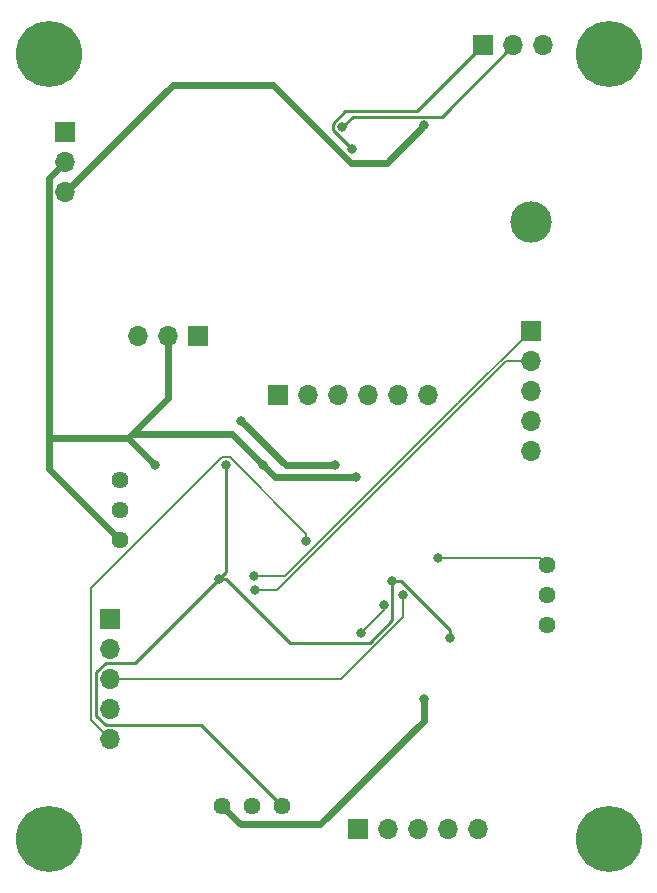
<source format=gbl>
%TF.GenerationSoftware,KiCad,Pcbnew,5.1.6-c6e7f7d~87~ubuntu20.04.1*%
%TF.CreationDate,2020-11-07T15:56:43+00:00*%
%TF.ProjectId,ssi2130_vco,73736932-3133-4305-9f76-636f2e6b6963,1.1*%
%TF.SameCoordinates,Original*%
%TF.FileFunction,Copper,L2,Bot*%
%TF.FilePolarity,Positive*%
%FSLAX46Y46*%
G04 Gerber Fmt 4.6, Leading zero omitted, Abs format (unit mm)*
G04 Created by KiCad (PCBNEW 5.1.6-c6e7f7d~87~ubuntu20.04.1) date 2020-11-07 15:56:43*
%MOMM*%
%LPD*%
G01*
G04 APERTURE LIST*
%TA.AperFunction,ComponentPad*%
%ADD10C,5.600000*%
%TD*%
%TA.AperFunction,ComponentPad*%
%ADD11R,1.700000X1.700000*%
%TD*%
%TA.AperFunction,ComponentPad*%
%ADD12O,1.700000X1.700000*%
%TD*%
%TA.AperFunction,ComponentPad*%
%ADD13C,1.440000*%
%TD*%
%TA.AperFunction,ComponentPad*%
%ADD14C,3.500120*%
%TD*%
%TA.AperFunction,ViaPad*%
%ADD15C,0.800000*%
%TD*%
%TA.AperFunction,Conductor*%
%ADD16C,0.600000*%
%TD*%
%TA.AperFunction,Conductor*%
%ADD17C,0.200000*%
%TD*%
%TA.AperFunction,Conductor*%
%ADD18C,0.250000*%
%TD*%
G04 APERTURE END LIST*
D10*
%TO.P,REF\u002A\u002A,1*%
%TO.N,N/C*%
X97200000Y-126400000D03*
%TD*%
%TO.P,REF\u002A\u002A,1*%
%TO.N,N/C*%
X144600000Y-126400000D03*
%TD*%
%TO.P,REF\u002A\u002A,1*%
%TO.N,N/C*%
X144600000Y-60000000D03*
%TD*%
%TO.P,REF\u002A\u002A,1*%
%TO.N,N/C*%
X97200000Y-60000000D03*
%TD*%
D11*
%TO.P,J2,1*%
%TO.N,FREQ_CV*%
X102400000Y-107800000D03*
D12*
%TO.P,J2,2*%
%TO.N,EXPO_MOD*%
X102400000Y-110340000D03*
%TO.P,J2,3*%
%TO.N,LINEAR_FM*%
X102400000Y-112880000D03*
%TO.P,J2,4*%
%TO.N,TUNE*%
X102400000Y-115420000D03*
%TO.P,J2,5*%
%TO.N,PWM_CV*%
X102400000Y-117960000D03*
%TD*%
D11*
%TO.P,J3,1*%
%TO.N,MIX_TRI_CV*%
X123400000Y-125600000D03*
D12*
%TO.P,J3,2*%
%TO.N,MIX_SAW_CV*%
X125940000Y-125600000D03*
%TO.P,J3,3*%
%TO.N,MIX_PULSE_CV*%
X128480000Y-125600000D03*
%TO.P,J3,4*%
%TO.N,MIX_AUX1_CV*%
X131020000Y-125600000D03*
%TO.P,J3,5*%
%TO.N,MIX_AUX2_CV*%
X133560000Y-125600000D03*
%TD*%
%TO.P,J4,5*%
%TO.N,SOFT_SYNC*%
X138000000Y-93560000D03*
%TO.P,J4,4*%
%TO.N,TRI_REVERSE*%
X138000000Y-91020000D03*
%TO.P,J4,3*%
%TO.N,HARD_SYNC*%
X138000000Y-88480000D03*
%TO.P,J4,2*%
%TO.N,AUX2_IN*%
X138000000Y-85940000D03*
D11*
%TO.P,J4,1*%
%TO.N,AUX1_IN*%
X138000000Y-83400000D03*
%TD*%
D12*
%TO.P,J5,6*%
%TO.N,MIX_OUT*%
X129300000Y-88800000D03*
%TO.P,J5,5*%
%TO.N,SINE_OUT*%
X126760000Y-88800000D03*
%TO.P,J5,4*%
%TO.N,SQUARE_OUT*%
X124220000Y-88800000D03*
%TO.P,J5,3*%
%TO.N,SAW_OUT*%
X121680000Y-88800000D03*
%TO.P,J5,2*%
%TO.N,PULSE_OUT*%
X119140000Y-88800000D03*
D11*
%TO.P,J5,1*%
%TO.N,TRI_OUT*%
X116600000Y-88800000D03*
%TD*%
%TO.P,J1,1*%
%TO.N,+12V*%
X98600000Y-66600000D03*
D12*
%TO.P,J1,2*%
%TO.N,GND*%
X98600000Y-69140000D03*
%TO.P,J1,3*%
%TO.N,-12V*%
X98600000Y-71680000D03*
%TD*%
%TO.P,J6,3*%
%TO.N,REF_-5V*%
X139080000Y-59200000D03*
%TO.P,J6,2*%
%TO.N,REF_2V5*%
X136540000Y-59200000D03*
D11*
%TO.P,J6,1*%
%TO.N,REF_+5V*%
X134000000Y-59200000D03*
%TD*%
D13*
%TO.P,RV1,3*%
%TO.N,GND*%
X103200000Y-101080000D03*
%TO.P,RV1,2*%
%TO.N,Net-(R7-Pad2)*%
X103200000Y-98540000D03*
%TO.P,RV1,1*%
%TO.N,Net-(RV1-Pad1)*%
X103200000Y-96000000D03*
%TD*%
%TO.P,RV2,1*%
%TO.N,Net-(RV2-Pad1)*%
X139400000Y-103200000D03*
%TO.P,RV2,2*%
%TO.N,Net-(R16-Pad1)*%
X139400000Y-105740000D03*
%TO.P,RV2,3*%
X139400000Y-108280000D03*
%TD*%
%TO.P,RV3,3*%
%TO.N,REF_2V5*%
X116940000Y-123600000D03*
%TO.P,RV3,2*%
%TO.N,Net-(R20-Pad1)*%
X114400000Y-123600000D03*
%TO.P,RV3,1*%
%TO.N,GND*%
X111860000Y-123600000D03*
%TD*%
D12*
%TO.P,J7,3*%
%TO.N,-5V*%
X104720000Y-83800000D03*
%TO.P,J7,2*%
%TO.N,GND*%
X107260000Y-83800000D03*
D11*
%TO.P,J7,1*%
%TO.N,+5V*%
X109800000Y-83800000D03*
%TD*%
D14*
%TO.P,TP1,1*%
%TO.N,GND*%
X138000000Y-74200000D03*
%TD*%
D15*
%TO.N,GND*%
X106229999Y-94779999D03*
X115379999Y-94779999D03*
X123200000Y-95800000D03*
X123600000Y-109000000D03*
X125574483Y-106600000D03*
X129000000Y-114600000D03*
%TO.N,-12V*%
X129000000Y-66000000D03*
%TO.N,+5V*%
X113474990Y-91000000D03*
X121400000Y-94800000D03*
%TO.N,LINEAR_FM*%
X127200020Y-105800000D03*
%TO.N,PWM_CV*%
X119000000Y-101200000D03*
%TO.N,AUX2_IN*%
X114635279Y-105386352D03*
%TO.N,AUX1_IN*%
X114600000Y-104200000D03*
%TO.N,REF_2V5*%
X111600000Y-104400000D03*
X126285987Y-104559663D03*
X131200000Y-109400000D03*
X122049068Y-66150941D03*
X112200000Y-94800000D03*
%TO.N,REF_+5V*%
X122908976Y-68036169D03*
%TO.N,Net-(RV2-Pad1)*%
X130200000Y-102600000D03*
%TD*%
D16*
%TO.N,GND*%
X97249999Y-95129999D02*
X103200000Y-101080000D01*
X98600000Y-69140000D02*
X97249999Y-70490001D01*
X97249999Y-92449999D02*
X103899999Y-92449999D01*
X103899999Y-92449999D02*
X106229999Y-94779999D01*
X97249999Y-70490001D02*
X97249999Y-92449999D01*
X97249999Y-92449999D02*
X97249999Y-95129999D01*
X112699999Y-92099999D02*
X115379999Y-94779999D01*
X104249999Y-92099999D02*
X112699999Y-92099999D01*
X103899999Y-92449999D02*
X104249999Y-92099999D01*
X116400000Y-95800000D02*
X123200000Y-95800000D01*
X112699999Y-92099999D02*
X116400000Y-95800000D01*
D17*
X125574483Y-107025517D02*
X125574483Y-106600000D01*
X123600000Y-109000000D02*
X125574483Y-107025517D01*
D16*
X107260000Y-89089998D02*
X104249999Y-92099999D01*
X107260000Y-83800000D02*
X107260000Y-89089998D01*
X113460000Y-125200000D02*
X113210001Y-124950001D01*
X129000000Y-116400000D02*
X120200000Y-125200000D01*
X113210001Y-124950001D02*
X111860000Y-123600000D01*
X120200000Y-125200000D02*
X113460000Y-125200000D01*
X129000000Y-114600000D02*
X129000000Y-116400000D01*
%TO.N,-12V*%
X122800000Y-69200000D02*
X125800000Y-69200000D01*
X116200000Y-62600000D02*
X122800000Y-69200000D01*
X98600000Y-71680000D02*
X107680000Y-62600000D01*
X107680000Y-62600000D02*
X116200000Y-62600000D01*
X125800000Y-69200000D02*
X129000000Y-66000000D01*
%TO.N,+5V*%
X117274990Y-94800000D02*
X121400000Y-94800000D01*
X113474990Y-91000000D02*
X117274990Y-94800000D01*
D17*
%TO.N,LINEAR_FM*%
X102400000Y-112880000D02*
X121921056Y-112880000D01*
X121921056Y-112880000D02*
X127200020Y-107601036D01*
X127200020Y-107601036D02*
X127200020Y-105800000D01*
%TO.N,PWM_CV*%
X119000000Y-100634315D02*
X119000000Y-101200000D01*
X119000000Y-100563996D02*
X119000000Y-100634315D01*
X112536002Y-94099998D02*
X119000000Y-100563996D01*
X111900002Y-94099998D02*
X112536002Y-94099998D01*
X100799989Y-105200011D02*
X111900002Y-94099998D01*
X102400000Y-117960000D02*
X100799989Y-116359989D01*
X100799989Y-116359989D02*
X100799989Y-105200011D01*
%TO.N,AUX2_IN*%
X138000000Y-85940000D02*
X135954990Y-85940000D01*
X135954990Y-85940000D02*
X116508638Y-105386352D01*
X116508638Y-105386352D02*
X114635279Y-105386352D01*
%TO.N,AUX1_IN*%
X131847999Y-89552001D02*
X138000000Y-83400000D01*
X117200000Y-104200000D02*
X131847999Y-89552001D01*
X114600000Y-104200000D02*
X117200000Y-104200000D01*
D18*
%TO.N,REF_2V5*%
X102025997Y-111515001D02*
X101224999Y-112315999D01*
X104484999Y-111515001D02*
X102025997Y-111515001D01*
X111600000Y-104400000D02*
X104484999Y-111515001D01*
X126299483Y-107900517D02*
X126299483Y-104573159D01*
X117600000Y-109800000D02*
X124400000Y-109800000D01*
X112200000Y-104400000D02*
X117600000Y-109800000D01*
X124400000Y-109800000D02*
X126299483Y-107900517D01*
X111600000Y-104400000D02*
X112200000Y-104400000D01*
X126299483Y-104573159D02*
X126285987Y-104559663D01*
X102025997Y-116784999D02*
X110124999Y-116784999D01*
X101224999Y-115984001D02*
X102025997Y-116784999D01*
X110124999Y-116784999D02*
X116940000Y-123600000D01*
X101224999Y-112315999D02*
X101224999Y-115984001D01*
X122925010Y-65274999D02*
X122049068Y-66150941D01*
X130465001Y-65274999D02*
X136540000Y-59200000D01*
X122925010Y-65274999D02*
X130465001Y-65274999D01*
X131200000Y-108763489D02*
X131200000Y-109400000D01*
X126996174Y-104559663D02*
X131200000Y-108763489D01*
X126285987Y-104559663D02*
X126996174Y-104559663D01*
X112200000Y-103800000D02*
X112200000Y-94800000D01*
X111600000Y-104400000D02*
X112200000Y-103800000D01*
%TO.N,REF_+5V*%
X121274999Y-65851999D02*
X121274999Y-66402192D01*
X122302009Y-64824989D02*
X121274999Y-65851999D01*
X121274999Y-66402192D02*
X122908976Y-68036169D01*
X128375011Y-64824989D02*
X134000000Y-59200000D01*
X122302009Y-64824989D02*
X128375011Y-64824989D01*
D17*
%TO.N,Net-(RV2-Pad1)*%
X138800000Y-102600000D02*
X139400000Y-103200000D01*
X130200000Y-102600000D02*
X138800000Y-102600000D01*
%TD*%
M02*

</source>
